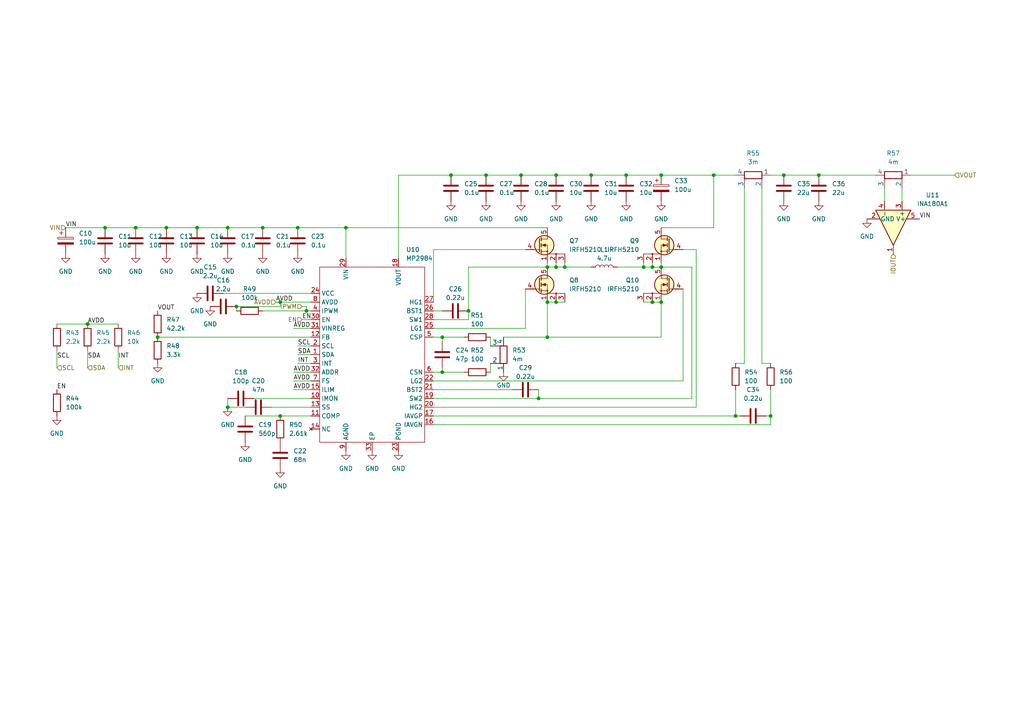
<source format=kicad_sch>
(kicad_sch (version 20230121) (generator eeschema)
  (paper "A4")
  (junction (at 135.89 90.17))
  (junction (at 140.97 50.8))
  (junction (at 158.75 77.47))
  (junction (at 227.33 50.8))
  (junction (at 66.04 118.11))
  (junction (at 237.49 50.8))
  (junction (at 223.52 120.65))
  (junction (at 163.83 77.47))
  (junction (at 189.23 77.47))
  (junction (at 151.13 50.8))
  (junction (at 186.69 77.47))
  (junction (at 66.04 66.04))
  (junction (at 207.01 50.8))
  (junction (at 158.75 87.63))
  (junction (at 161.29 77.47))
  (junction (at 213.36 120.65))
  (junction (at 189.23 87.63))
  (junction (at 39.37 66.04))
  (junction (at 191.77 87.63))
  (junction (at 191.77 50.8))
  (junction (at 100.33 66.04))
  (junction (at 161.29 50.8))
  (junction (at 68.58 88.9))
  (junction (at 181.61 50.8))
  (junction (at 25.4 93.98))
  (junction (at 158.75 97.79))
  (junction (at 156.21 115.57))
  (junction (at 88.9 90.17))
  (junction (at 130.81 50.8))
  (junction (at 45.72 97.79))
  (junction (at 57.15 66.04))
  (junction (at 128.27 97.79))
  (junction (at 76.2 66.04))
  (junction (at 171.45 50.8))
  (junction (at 81.28 120.65))
  (junction (at 86.36 66.04))
  (junction (at 161.29 87.63))
  (junction (at 81.28 87.63))
  (junction (at 30.48 66.04))
  (junction (at 48.26 66.04))
  (junction (at 191.77 77.47))
  (junction (at 128.27 107.95))
  (wire (pts (xy 88.9 90.17) (xy 90.17 90.17)))
  (wire (pts (xy 189.23 76.2) (xy 189.23 77.47)))
  (wire (pts (xy 87.63 92.71) (xy 90.17 92.71)))
  (wire (pts (xy 191.77 76.2) (xy 191.77 77.47)))
  (wire (pts (xy 34.29 101.6) (xy 34.29 106.68)))
  (wire (pts (xy 191.77 50.8) (xy 207.01 50.8)))
  (wire (pts (xy 128.27 97.79) (xy 125.73 97.79)))
  (wire (pts (xy 128.27 106.68) (xy 128.27 107.95)))
  (wire (pts (xy 191.77 66.04) (xy 207.01 66.04)))
  (wire (pts (xy 256.54 54.61) (xy 256.54 58.42)))
  (wire (pts (xy 151.13 50.8) (xy 161.29 50.8)))
  (wire (pts (xy 125.73 92.71) (xy 135.89 92.71)))
  (wire (pts (xy 158.75 77.47) (xy 161.29 77.47)))
  (wire (pts (xy 189.23 87.63) (xy 191.77 87.63)))
  (wire (pts (xy 16.51 101.6) (xy 16.51 106.68)))
  (wire (pts (xy 161.29 76.2) (xy 161.29 77.47)))
  (wire (pts (xy 128.27 99.06) (xy 128.27 97.79)))
  (wire (pts (xy 207.01 66.04) (xy 207.01 50.8)))
  (wire (pts (xy 125.73 107.95) (xy 128.27 107.95)))
  (wire (pts (xy 25.4 101.6) (xy 25.4 106.68)))
  (wire (pts (xy 25.4 93.98) (xy 34.29 93.98)))
  (wire (pts (xy 30.48 66.04) (xy 39.37 66.04)))
  (wire (pts (xy 191.77 97.79) (xy 158.75 97.79)))
  (wire (pts (xy 86.36 66.04) (xy 100.33 66.04)))
  (wire (pts (xy 161.29 77.47) (xy 163.83 77.47)))
  (wire (pts (xy 135.89 90.17) (xy 135.89 77.47)))
  (wire (pts (xy 261.62 54.61) (xy 261.62 58.42)))
  (wire (pts (xy 223.52 50.8) (xy 227.33 50.8)))
  (wire (pts (xy 220.98 105.41) (xy 223.52 105.41)))
  (wire (pts (xy 179.07 77.47) (xy 186.69 77.47)))
  (wire (pts (xy 181.61 50.8) (xy 191.77 50.8)))
  (wire (pts (xy 66.04 115.57) (xy 66.04 118.11)))
  (wire (pts (xy 276.86 50.8) (xy 264.16 50.8)))
  (wire (pts (xy 125.73 72.39) (xy 152.4 72.39)))
  (wire (pts (xy 125.73 123.19) (xy 223.52 123.19)))
  (wire (pts (xy 48.26 66.04) (xy 57.15 66.04)))
  (wire (pts (xy 201.93 118.11) (xy 201.93 72.39)))
  (wire (pts (xy 223.52 123.19) (xy 223.52 120.65)))
  (wire (pts (xy 87.63 88.9) (xy 88.9 88.9)))
  (wire (pts (xy 125.73 90.17) (xy 128.27 90.17)))
  (wire (pts (xy 135.89 92.71) (xy 135.89 90.17)))
  (wire (pts (xy 156.21 115.57) (xy 156.21 113.03)))
  (wire (pts (xy 80.01 87.63) (xy 81.28 87.63)))
  (wire (pts (xy 254 50.8) (xy 237.49 50.8)))
  (wire (pts (xy 125.73 113.03) (xy 148.59 113.03)))
  (wire (pts (xy 135.89 77.47) (xy 158.75 77.47)))
  (wire (pts (xy 73.66 115.57) (xy 90.17 115.57)))
  (wire (pts (xy 76.2 90.17) (xy 88.9 90.17)))
  (wire (pts (xy 57.15 66.04) (xy 66.04 66.04)))
  (wire (pts (xy 78.74 118.11) (xy 90.17 118.11)))
  (wire (pts (xy 189.23 77.47) (xy 191.77 77.47)))
  (wire (pts (xy 66.04 66.04) (xy 76.2 66.04)))
  (wire (pts (xy 39.37 66.04) (xy 48.26 66.04)))
  (wire (pts (xy 215.9 105.41) (xy 215.9 54.61)))
  (wire (pts (xy 81.28 120.65) (xy 90.17 120.65)))
  (wire (pts (xy 158.75 87.63) (xy 158.75 97.79)))
  (wire (pts (xy 158.75 66.04) (xy 100.33 66.04)))
  (wire (pts (xy 134.62 107.95) (xy 128.27 107.95)))
  (wire (pts (xy 100.33 66.04) (xy 100.33 74.93)))
  (wire (pts (xy 152.4 95.25) (xy 152.4 83.82)))
  (wire (pts (xy 88.9 88.9) (xy 88.9 90.17)))
  (wire (pts (xy 68.58 88.9) (xy 81.28 88.9)))
  (wire (pts (xy 142.24 105.41) (xy 142.24 107.95)))
  (wire (pts (xy 198.12 110.49) (xy 125.73 110.49)))
  (wire (pts (xy 90.17 113.03) (xy 85.09 113.03)))
  (wire (pts (xy 125.73 95.25) (xy 152.4 95.25)))
  (wire (pts (xy 16.51 93.98) (xy 25.4 93.98)))
  (wire (pts (xy 158.75 76.2) (xy 158.75 77.47)))
  (wire (pts (xy 198.12 72.39) (xy 201.93 72.39)))
  (wire (pts (xy 86.36 100.33) (xy 90.17 100.33)))
  (wire (pts (xy 222.25 120.65) (xy 223.52 120.65)))
  (wire (pts (xy 115.57 50.8) (xy 115.57 74.93)))
  (wire (pts (xy 200.66 115.57) (xy 200.66 77.47)))
  (wire (pts (xy 125.73 120.65) (xy 213.36 120.65)))
  (wire (pts (xy 161.29 50.8) (xy 171.45 50.8)))
  (wire (pts (xy 220.98 54.61) (xy 220.98 105.41)))
  (wire (pts (xy 186.69 77.47) (xy 189.23 77.47)))
  (wire (pts (xy 130.81 50.8) (xy 140.97 50.8)))
  (wire (pts (xy 215.9 105.41) (xy 213.36 105.41)))
  (wire (pts (xy 85.09 107.95) (xy 90.17 107.95)))
  (wire (pts (xy 171.45 50.8) (xy 181.61 50.8)))
  (wire (pts (xy 81.28 120.65) (xy 71.12 120.65)))
  (wire (pts (xy 86.36 105.41) (xy 90.17 105.41)))
  (wire (pts (xy 68.58 88.9) (xy 68.58 90.17)))
  (wire (pts (xy 140.97 50.8) (xy 151.13 50.8)))
  (wire (pts (xy 81.28 88.9) (xy 81.28 87.63)))
  (wire (pts (xy 158.75 97.79) (xy 146.05 97.79)))
  (wire (pts (xy 186.69 76.2) (xy 186.69 77.47)))
  (wire (pts (xy 161.29 87.63) (xy 163.83 87.63)))
  (wire (pts (xy 45.72 97.79) (xy 90.17 97.79)))
  (wire (pts (xy 227.33 50.8) (xy 237.49 50.8)))
  (wire (pts (xy 142.24 100.33) (xy 142.24 97.79)))
  (wire (pts (xy 85.09 95.25) (xy 90.17 95.25)))
  (wire (pts (xy 125.73 118.11) (xy 201.93 118.11)))
  (wire (pts (xy 191.77 77.47) (xy 200.66 77.47)))
  (wire (pts (xy 19.05 66.04) (xy 30.48 66.04)))
  (wire (pts (xy 163.83 77.47) (xy 171.45 77.47)))
  (wire (pts (xy 64.77 85.09) (xy 90.17 85.09)))
  (wire (pts (xy 198.12 110.49) (xy 198.12 83.82)))
  (wire (pts (xy 191.77 87.63) (xy 191.77 97.79)))
  (wire (pts (xy 134.62 97.79) (xy 128.27 97.79)))
  (wire (pts (xy 158.75 87.63) (xy 161.29 87.63)))
  (wire (pts (xy 115.57 50.8) (xy 130.81 50.8)))
  (wire (pts (xy 163.83 76.2) (xy 163.83 77.47)))
  (wire (pts (xy 207.01 50.8) (xy 213.36 50.8)))
  (wire (pts (xy 66.04 118.11) (xy 71.12 118.11)))
  (wire (pts (xy 223.52 113.03) (xy 223.52 120.65)))
  (wire (pts (xy 125.73 72.39) (xy 125.73 87.63)))
  (wire (pts (xy 213.36 120.65) (xy 213.36 113.03)))
  (wire (pts (xy 156.21 115.57) (xy 200.66 115.57)))
  (wire (pts (xy 76.2 66.04) (xy 86.36 66.04)))
  (wire (pts (xy 86.36 102.87) (xy 90.17 102.87)))
  (wire (pts (xy 213.36 120.65) (xy 214.63 120.65)))
  (wire (pts (xy 125.73 115.57) (xy 156.21 115.57)))
  (wire (pts (xy 186.69 87.63) (xy 189.23 87.63)))
  (wire (pts (xy 85.09 110.49) (xy 90.17 110.49)))
  (wire (pts (xy 81.28 87.63) (xy 90.17 87.63)))
  (label "INT" (at 86.36 105.41 0))
  (label "SCL" (at 86.36 100.33 0))
  (label "SDA" (at 86.36 102.87 0))
  (label "AVDD" (at 85.09 107.95 0))
  (label "SDA" (at 25.4 104.14 0))
  (label "EN" (at 87.63 92.71 0))
  (label "AVDD" (at 85.09 110.49 0))
  (label "AVDD" (at 25.4 93.98 0))
  (label "AVDD" (at 85.09 95.25 0))
  (label "INT" (at 34.29 104.14 0))
  (label "VOUT" (at 45.72 90.17 0))
  (label "VIN" (at 266.7 63.5 0))
  (label "SCL" (at 16.51 104.14 0))
  (label "EN" (at 16.51 113.03 0))
  (label "AVDD" (at 80.01 87.63 0))
  (label "AVDD" (at 85.09 113.03 0))
  (label "VIN" (at 19.05 66.04 0))
  (hierarchical_label "INT" (shape input) (at 34.29 106.68 0))
  (hierarchical_label "SCL" (shape input) (at 16.51 106.68 0))
  (hierarchical_label "IPWM" (shape input) (at 87.63 88.9 180))
  (hierarchical_label "IOUT" (shape input) (at 259.08 73.66 270))
  (hierarchical_label "AVDD" (shape input) (at 80.01 87.63 180))
  (hierarchical_label "SDA" (shape input) (at 25.4 106.68 0))
  (hierarchical_label "VIN" (shape input) (at 19.05 66.04 180))
  (hierarchical_label "EN" (shape input) (at 87.63 92.71 180))
  (hierarchical_label "VOUT" (shape input) (at 276.86 50.8 0))
  (symbol (lib_id "Personal:MP2984") (at 107.95 102.87 0) (unit 1)
    (property "Reference" "U10" (at 117.7641 72.39 0) (effects (justify left)))
    (property "Value" "MP2984" (at 117.7641 74.93 0) (effects (justify left)))
    (property "Footprint" "Package_DFN_QFN:QFN-32-1EP_4x4mm_P0.4mm_EP2.65x2.65mm" (effects hide))
    (instances (project "RC_Charger" (path "" (reference "U10") (unit 1)) (path "" (reference "U16") (unit 1)) (path "" (reference "U38") (unit 1)) (path "" (reference "U42") (unit 1)) (path "" (reference "U63") (unit 1)) (path "" (reference "U67") (unit 1))) (project "RC_Charger_MainBoard" (path "" (reference "U10") (unit 1)) (path "" (reference "U8") (unit 1))))
  )
  (symbol (lib_id "Device:C") (at 161.29 54.61 0) (unit 1)
    (property "Reference" "C30" (at 165.1 53.34 0) (effects (justify left)))
    (property "Value" "10u" (at 165.1 55.88 0) (effects (justify left)))
    (property "Footprint" "Capacitor_SMD:C_1210_3225Metric" (effects hide))
    (instances (project "RC_Charger" (path "" (reference "C30") (unit 1)) (path "" (reference "C75") (unit 1)) (path "" (reference "C125") (unit 1)) (path "" (reference "C157") (unit 1)) (path "" (reference "C202") (unit 1)) (path "" (reference "C234") (unit 1))) (project "RC_Charger_MainBoard" (path "" (reference "C76") (unit 1)) (path "" (reference "C36") (unit 1))))
  )
  (symbol (lib_id "Device:R") (at 45.72 93.98 0) (unit 1)
    (property "Reference" "R47" (at 48.26 92.71 0) (effects (justify left)))
    (property "Value" "42.2k" (at 48.26 95.25 0) (effects (justify left)))
    (property "Footprint" "Resistor_SMD:R_0603_1608Metric" (effects hide))
    (instances (project "RC_Charger" (path "" (reference "R47") (unit 1)) (path "" (reference "R66") (unit 1)) (path "" (reference "R169") (unit 1)) (path "" (reference "R188") (unit 1)) (path "" (reference "R257") (unit 1)) (path "" (reference "R276") (unit 1))) (project "RC_Charger_MainBoard" (path "" (reference "R26") (unit 1)) (path "" (reference "R11") (unit 1))))
  )
  (symbol (lib_id "Device:R") (at 45.72 101.6 0) (unit 1)
    (property "Reference" "R48" (at 48.26 100.33 0) (effects (justify left)))
    (property "Value" "3.3k" (at 48.26 102.87 0) (effects (justify left)))
    (property "Footprint" "Resistor_SMD:R_0603_1608Metric" (effects hide))
    (instances (project "RC_Charger" (path "" (reference "R48") (unit 1)) (path "" (reference "R67") (unit 1)) (path "" (reference "R170") (unit 1)) (path "" (reference "R189") (unit 1)) (path "" (reference "R258") (unit 1)) (path "" (reference "R277") (unit 1))) (project "RC_Charger_MainBoard" (path "" (reference "R27") (unit 1)) (path "" (reference "R12") (unit 1))))
  )
  (symbol (lib_id "power:GND") (at 171.45 58.42 0) (unit 1)
    (property "Reference" "#PWR033" (effects hide))
    (property "Value" "GND" (at 171.45 63.5 0))
    (instances (project "RC_Charger" (path "" (reference "#PWR033") (unit 1)) (path "" (reference "#PWR085") (unit 1)) (path "" (reference "#PWR0145") (unit 1)) (path "" (reference "#PWR0187") (unit 1)) (path "" (reference "#PWR0253") (unit 1)) (path "" (reference "#PWR0295") (unit 1))) (project "RC_Charger_MainBoard" (path "" (reference "#PWR0100") (unit 1)) (path "" (reference "#PWR071") (unit 1))))
  )
  (symbol (lib_id "Device:C") (at 227.33 54.61 0) (unit 1)
    (property "Reference" "C35" (at 231.14 53.34 0) (effects (justify left)))
    (property "Value" "22u" (at 231.14 55.88 0) (effects (justify left)))
    (property "Footprint" "Capacitor_SMD:C_2220_5650Metric" (effects hide))
    (instances (project "RC_Charger" (path "" (reference "C35") (unit 1)) (path "" (reference "C80") (unit 1)) (path "" (reference "C130") (unit 1)) (path "" (reference "C162") (unit 1)) (path "" (reference "C207") (unit 1)) (path "" (reference "C239") (unit 1))) (project "RC_Charger_MainBoard" (path "" (reference "C81") (unit 1)) (path "" (reference "C41") (unit 1))))
  )
  (symbol (lib_id "Device:C") (at 69.85 115.57 90) (unit 1)
    (property "Reference" "C18" (at 69.85 107.95 90))
    (property "Value" "100p" (at 69.85 110.49 90))
    (property "Footprint" "Capacitor_SMD:C_0603_1608Metric" (effects hide))
    (instances (project "RC_Charger" (path "" (reference "C18") (unit 1)) (path "" (reference "C63") (unit 1)) (path "" (reference "C113") (unit 1)) (path "" (reference "C145") (unit 1)) (path "" (reference "C190") (unit 1)) (path "" (reference "C222") (unit 1))) (project "RC_Charger_MainBoard" (path "" (reference "C64") (unit 1)) (path "" (reference "C24") (unit 1))))
  )
  (symbol (lib_id "Device:C") (at 81.28 132.08 0) (unit 1)
    (property "Reference" "C22" (at 85.09 130.81 0) (effects (justify left)))
    (property "Value" "68n" (at 85.09 133.35 0) (effects (justify left)))
    (property "Footprint" "Capacitor_SMD:C_0603_1608Metric" (effects hide))
    (instances (project "RC_Charger" (path "" (reference "C22") (unit 1)) (path "" (reference "C67") (unit 1)) (path "" (reference "C117") (unit 1)) (path "" (reference "C149") (unit 1)) (path "" (reference "C194") (unit 1)) (path "" (reference "C226") (unit 1))) (project "RC_Charger_MainBoard" (path "" (reference "C68") (unit 1)) (path "" (reference "C28") (unit 1))))
  )
  (symbol (lib_id "power:GND") (at 100.33 130.81 0) (unit 1)
    (property "Reference" "#PWR025" (effects hide))
    (property "Value" "GND" (at 100.33 135.89 0))
    (instances (project "RC_Charger" (path "" (reference "#PWR025") (unit 1)) (path "" (reference "#PWR077") (unit 1)) (path "" (reference "#PWR0137") (unit 1)) (path "" (reference "#PWR0179") (unit 1)) (path "" (reference "#PWR0245") (unit 1)) (path "" (reference "#PWR0287") (unit 1))) (project "RC_Charger_MainBoard" (path "" (reference "#PWR092") (unit 1)) (path "" (reference "#PWR063") (unit 1))))
  )
  (symbol (lib_id "power:GND") (at 57.15 85.09 0) (unit 1)
    (property "Reference" "#PWR017" (effects hide))
    (property "Value" "GND" (at 57.15 90.17 0))
    (instances (project "RC_Charger" (path "" (reference "#PWR017") (unit 1)) (path "" (reference "#PWR069") (unit 1)) (path "" (reference "#PWR0129") (unit 1)) (path "" (reference "#PWR0171") (unit 1)) (path "" (reference "#PWR0237") (unit 1)) (path "" (reference "#PWR0279") (unit 1))) (project "RC_Charger_MainBoard" (path "" (reference "#PWR084") (unit 1)) (path "" (reference "#PWR046") (unit 1))))
  )
  (symbol (lib_id "Device:R") (at 16.51 97.79 0) (unit 1)
    (property "Reference" "R43" (at 19.05 96.52 0) (effects (justify left)))
    (property "Value" "2.2k" (at 19.05 99.06 0) (effects (justify left)))
    (property "Footprint" "Resistor_SMD:R_0603_1608Metric" (effects hide))
    (instances (project "RC_Charger" (path "" (reference "R43") (unit 1)) (path "" (reference "R62") (unit 1)) (path "" (reference "R165") (unit 1)) (path "" (reference "R184") (unit 1)) (path "" (reference "R253") (unit 1)) (path "" (reference "R272") (unit 1))) (project "RC_Charger_MainBoard" (path "" (reference "R22") (unit 1)) (path "" (reference "R7") (unit 1))))
  )
  (symbol (lib_id "power:GND") (at 227.33 58.42 0) (unit 1)
    (property "Reference" "#PWR036" (effects hide))
    (property "Value" "GND" (at 227.33 63.5 0))
    (instances (project "RC_Charger" (path "" (reference "#PWR036") (unit 1)) (path "" (reference "#PWR088") (unit 1)) (path "" (reference "#PWR0148") (unit 1)) (path "" (reference "#PWR0190") (unit 1)) (path "" (reference "#PWR0256") (unit 1)) (path "" (reference "#PWR0298") (unit 1))) (project "RC_Charger_MainBoard" (path "" (reference "#PWR0103") (unit 1)) (path "" (reference "#PWR074") (unit 1))))
  )
  (symbol (lib_id "power:GND") (at 130.81 58.42 0) (unit 1)
    (property "Reference" "#PWR028" (effects hide))
    (property "Value" "GND" (at 130.81 63.5 0))
    (instances (project "RC_Charger" (path "" (reference "#PWR028") (unit 1)) (path "" (reference "#PWR080") (unit 1)) (path "" (reference "#PWR0140") (unit 1)) (path "" (reference "#PWR0182") (unit 1)) (path "" (reference "#PWR0248") (unit 1)) (path "" (reference "#PWR0290") (unit 1))) (project "RC_Charger_MainBoard" (path "" (reference "#PWR095") (unit 1)) (path "" (reference "#PWR066") (unit 1))))
  )
  (symbol (lib_id "PCM_Transistor_MOSFET_AKL:IRFH5210") (at 194.31 82.55 0) (mirror y) (unit 1)
    (property "Reference" "Q10" (at 185.42 81.28 0) (effects (justify left)))
    (property "Value" "IRFH5210" (at 185.42 83.82 0) (effects (justify left)))
    (property "Footprint" "Package_DFN_QFN:PQFN-8-EP_6x5mm_P1.27mm_Generic" (effects hide))
    (property "Datasheet" "https://www.tme.eu/Document/500f055c17aa1156a474966dc014ef12/irfh5210pbf.pdf" (effects hide))
    (instances (project "RC_Charger" (path "" (reference "Q10") (unit 1)) (path "" (reference "Q14") (unit 1)) (path "" (reference "Q30") (unit 1)) (path "" (reference "Q34") (unit 1)) (path "" (reference "Q48") (unit 1)) (path "" (reference "Q52") (unit 1))) (project "RC_Charger_MainBoard" (path "" (reference "Q8") (unit 1)) (path "" (reference "Q4") (unit 1))))
  )
  (symbol (lib_id "Device:C") (at 64.77 88.9 90) (unit 1)
    (property "Reference" "C16" (at 64.77 81.28 90))
    (property "Value" "2.2u" (at 64.77 83.82 90))
    (property "Footprint" "Capacitor_SMD:C_0805_2012Metric" (effects hide))
    (instances (project "RC_Charger" (path "" (reference "C16") (unit 1)) (path "" (reference "C61") (unit 1)) (path "" (reference "C111") (unit 1)) (path "" (reference "C143") (unit 1)) (path "" (reference "C188") (unit 1)) (path "" (reference "C220") (unit 1))) (project "RC_Charger_MainBoard" (path "" (reference "C62") (unit 1)) (path "" (reference "C22") (unit 1))))
  )
  (symbol (lib_id "power:GND") (at 115.57 130.81 0) (unit 1)
    (property "Reference" "#PWR027" (effects hide))
    (property "Value" "GND" (at 115.57 135.89 0))
    (instances (project "RC_Charger" (path "" (reference "#PWR027") (unit 1)) (path "" (reference "#PWR079") (unit 1)) (path "" (reference "#PWR0139") (unit 1)) (path "" (reference "#PWR0181") (unit 1)) (path "" (reference "#PWR0247") (unit 1)) (path "" (reference "#PWR0289") (unit 1))) (project "RC_Charger_MainBoard" (path "" (reference "#PWR094") (unit 1)) (path "" (reference "#PWR065") (unit 1))))
  )
  (symbol (lib_id "Device:C") (at 74.93 118.11 270) (unit 1)
    (property "Reference" "C20" (at 74.93 110.49 90))
    (property "Value" "47n" (at 74.93 113.03 90))
    (property "Footprint" "Capacitor_SMD:C_0603_1608Metric" (effects hide))
    (instances (project "RC_Charger" (path "" (reference "C20") (unit 1)) (path "" (reference "C65") (unit 1)) (path "" (reference "C115") (unit 1)) (path "" (reference "C147") (unit 1)) (path "" (reference "C192") (unit 1)) (path "" (reference "C224") (unit 1))) (project "RC_Charger_MainBoard" (path "" (reference "C66") (unit 1)) (path "" (reference "C26") (unit 1))))
  )
  (symbol (lib_id "Device:C") (at 71.12 124.46 0) (unit 1)
    (property "Reference" "C19" (at 74.93 123.19 0) (effects (justify left)))
    (property "Value" "560p" (at 74.93 125.73 0) (effects (justify left)))
    (property "Footprint" "Capacitor_SMD:C_0603_1608Metric" (effects hide))
    (instances (project "RC_Charger" (path "" (reference "C19") (unit 1)) (path "" (reference "C64") (unit 1)) (path "" (reference "C114") (unit 1)) (path "" (reference "C146") (unit 1)) (path "" (reference "C191") (unit 1)) (path "" (reference "C223") (unit 1))) (project "RC_Charger_MainBoard" (path "" (reference "C65") (unit 1)) (path "" (reference "C25") (unit 1))))
  )
  (symbol (lib_id "Device:C") (at 76.2 69.85 0) (unit 1)
    (property "Reference" "C21" (at 80.01 68.58 0) (effects (justify left)))
    (property "Value" "0.1u" (at 80.01 71.12 0) (effects (justify left)))
    (property "Footprint" "Capacitor_SMD:C_0603_1608Metric" (effects hide))
    (instances (project "RC_Charger" (path "" (reference "C21") (unit 1)) (path "" (reference "C66") (unit 1)) (path "" (reference "C116") (unit 1)) (path "" (reference "C148") (unit 1)) (path "" (reference "C193") (unit 1)) (path "" (reference "C225") (unit 1))) (project "RC_Charger_MainBoard" (path "" (reference "C67") (unit 1)) (path "" (reference "C27") (unit 1))))
  )
  (symbol (lib_id "Device:C") (at 218.44 120.65 90) (unit 1)
    (property "Reference" "C34" (at 218.44 113.03 90))
    (property "Value" "0.22u" (at 218.44 115.57 90))
    (property "Footprint" "Capacitor_SMD:C_0603_1608Metric" (effects hide))
    (instances (project "RC_Charger" (path "" (reference "C34") (unit 1)) (path "" (reference "C79") (unit 1)) (path "" (reference "C129") (unit 1)) (path "" (reference "C161") (unit 1)) (path "" (reference "C206") (unit 1)) (path "" (reference "C238") (unit 1))) (project "RC_Charger_MainBoard" (path "" (reference "C80") (unit 1)) (path "" (reference "C40") (unit 1))))
  )
  (symbol (lib_id "PCM_Transistor_MOSFET_AKL:IRFH5210") (at 194.31 71.12 0) (mirror y) (unit 1)
    (property "Reference" "Q9" (at 185.42 69.85 0) (effects (justify left)))
    (property "Value" "IRFH5210" (at 185.42 72.39 0) (effects (justify left)))
    (property "Footprint" "Package_DFN_QFN:PQFN-8-EP_6x5mm_P1.27mm_Generic" (effects hide))
    (property "Datasheet" "https://www.tme.eu/Document/500f055c17aa1156a474966dc014ef12/irfh5210pbf.pdf" (effects hide))
    (instances (project "RC_Charger" (path "" (reference "Q9") (unit 1)) (path "" (reference "Q13") (unit 1)) (path "" (reference "Q29") (unit 1)) (path "" (reference "Q33") (unit 1)) (path "" (reference "Q47") (unit 1)) (path "" (reference "Q51") (unit 1))) (project "RC_Charger_MainBoard" (path "" (reference "Q7") (unit 1)) (path "" (reference "Q3") (unit 1))))
  )
  (symbol (lib_id "power:GND") (at 140.97 58.42 0) (unit 1)
    (property "Reference" "#PWR029" (effects hide))
    (property "Value" "GND" (at 140.97 63.5 0))
    (instances (project "RC_Charger" (path "" (reference "#PWR029") (unit 1)) (path "" (reference "#PWR081") (unit 1)) (path "" (reference "#PWR0141") (unit 1)) (path "" (reference "#PWR0183") (unit 1)) (path "" (reference "#PWR0249") (unit 1)) (path "" (reference "#PWR0291") (unit 1))) (project "RC_Charger_MainBoard" (path "" (reference "#PWR096") (unit 1)) (path "" (reference "#PWR067") (unit 1))))
  )
  (symbol (lib_id "power:GND") (at 30.48 73.66 0) (unit 1)
    (property "Reference" "#PWR012" (effects hide))
    (property "Value" "GND" (at 30.48 78.74 0))
    (instances (project "RC_Charger" (path "" (reference "#PWR012") (unit 1)) (path "" (reference "#PWR064") (unit 1)) (path "" (reference "#PWR0124") (unit 1)) (path "" (reference "#PWR0166") (unit 1)) (path "" (reference "#PWR0232") (unit 1)) (path "" (reference "#PWR0274") (unit 1))) (project "RC_Charger_MainBoard" (path "" (reference "#PWR079") (unit 1)) (path "" (reference "#PWR041") (unit 1))))
  )
  (symbol (lib_id "power:GND") (at 86.36 73.66 0) (unit 1)
    (property "Reference" "#PWR024" (effects hide))
    (property "Value" "GND" (at 86.36 78.74 0))
    (instances (project "RC_Charger" (path "" (reference "#PWR024") (unit 1)) (path "" (reference "#PWR076") (unit 1)) (path "" (reference "#PWR0136") (unit 1)) (path "" (reference "#PWR0178") (unit 1)) (path "" (reference "#PWR0244") (unit 1)) (path "" (reference "#PWR0286") (unit 1))) (project "RC_Charger_MainBoard" (path "" (reference "#PWR091") (unit 1)) (path "" (reference "#PWR062") (unit 1))))
  )
  (symbol (lib_id "power:GND") (at 181.61 58.42 0) (unit 1)
    (property "Reference" "#PWR034" (effects hide))
    (property "Value" "GND" (at 181.61 63.5 0))
    (instances (project "RC_Charger" (path "" (reference "#PWR034") (unit 1)) (path "" (reference "#PWR086") (unit 1)) (path "" (reference "#PWR0146") (unit 1)) (path "" (reference "#PWR0188") (unit 1)) (path "" (reference "#PWR0254") (unit 1)) (path "" (reference "#PWR0296") (unit 1))) (project "RC_Charger_MainBoard" (path "" (reference "#PWR0101") (unit 1)) (path "" (reference "#PWR072") (unit 1))))
  )
  (symbol (lib_id "power:GND") (at 48.26 73.66 0) (unit 1)
    (property "Reference" "#PWR015" (effects hide))
    (property "Value" "GND" (at 48.26 78.74 0))
    (instances (project "RC_Charger" (path "" (reference "#PWR015") (unit 1)) (path "" (reference "#PWR067") (unit 1)) (path "" (reference "#PWR0127") (unit 1)) (path "" (reference "#PWR0169") (unit 1)) (path "" (reference "#PWR0235") (unit 1)) (path "" (reference "#PWR0277") (unit 1))) (project "RC_Charger_MainBoard" (path "" (reference "#PWR082") (unit 1)) (path "" (reference "#PWR044") (unit 1))))
  )
  (symbol (lib_id "Device:C_Polarized") (at 191.77 54.61 0) (unit 1)
    (property "Reference" "C33" (at 195.58 52.451 0) (effects (justify left)))
    (property "Value" "100u" (at 195.58 54.991 0) (effects (justify left)))
    (property "Footprint" "Capacitor_SMD:CP_Elec_10x10" (effects hide))
    (instances (project "RC_Charger" (path "" (reference "C33") (unit 1)) (path "" (reference "C78") (unit 1)) (path "" (reference "C128") (unit 1)) (path "" (reference "C160") (unit 1)) (path "" (reference "C205") (unit 1)) (path "" (reference "C237") (unit 1))) (project "RC_Charger_MainBoard" (path "" (reference "C79") (unit 1)) (path "" (reference "C39") (unit 1))))
  )
  (symbol (lib_id "Device:C") (at 181.61 54.61 0) (unit 1)
    (property "Reference" "C32" (at 185.42 53.34 0) (effects (justify left)))
    (property "Value" "10u" (at 185.42 55.88 0) (effects (justify left)))
    (property "Footprint" "Capacitor_SMD:C_1210_3225Metric" (effects hide))
    (instances (project "RC_Charger" (path "" (reference "C32") (unit 1)) (path "" (reference "C77") (unit 1)) (path "" (reference "C127") (unit 1)) (path "" (reference "C159") (unit 1)) (path "" (reference "C204") (unit 1)) (path "" (reference "C236") (unit 1))) (project "RC_Charger_MainBoard" (path "" (reference "C78") (unit 1)) (path "" (reference "C38") (unit 1))))
  )
  (symbol (lib_id "Device:C") (at 48.26 69.85 0) (unit 1)
    (property "Reference" "C13" (at 52.07 68.58 0) (effects (justify left)))
    (property "Value" "10u" (at 52.07 71.12 0) (effects (justify left)))
    (property "Footprint" "Capacitor_SMD:C_1210_3225Metric" (effects hide))
    (instances (project "RC_Charger" (path "" (reference "C13") (unit 1)) (path "" (reference "C58") (unit 1)) (path "" (reference "C108") (unit 1)) (path "" (reference "C140") (unit 1)) (path "" (reference "C185") (unit 1)) (path "" (reference "C217") (unit 1))) (project "RC_Charger_MainBoard" (path "" (reference "C59") (unit 1)) (path "" (reference "C19") (unit 1))))
  )
  (symbol (lib_id "Device:R_Shunt") (at 218.44 50.8 270) (unit 1)
    (property "Reference" "R55" (at 218.44 44.45 90))
    (property "Value" "3m" (at 218.44 46.99 90))
    (property "Footprint" "Samacsys:WSLP27265L000FEA" (effects hide))
    (instances (project "RC_Charger" (path "" (reference "R55") (unit 1)) (path "" (reference "R74") (unit 1)) (path "" (reference "R177") (unit 1)) (path "" (reference "R196") (unit 1)) (path "" (reference "R265") (unit 1)) (path "" (reference "R284") (unit 1))) (project "RC_Charger_MainBoard" (path "" (reference "R34") (unit 1)) (path "" (reference "R19") (unit 1))))
  )
  (symbol (lib_id "power:GND") (at 151.13 58.42 0) (unit 1)
    (property "Reference" "#PWR031" (effects hide))
    (property "Value" "GND" (at 151.13 63.5 0))
    (instances (project "RC_Charger" (path "" (reference "#PWR031") (unit 1)) (path "" (reference "#PWR083") (unit 1)) (path "" (reference "#PWR0143") (unit 1)) (path "" (reference "#PWR0185") (unit 1)) (path "" (reference "#PWR0251") (unit 1)) (path "" (reference "#PWR0293") (unit 1))) (project "RC_Charger_MainBoard" (path "" (reference "#PWR098") (unit 1)) (path "" (reference "#PWR069") (unit 1))))
  )
  (symbol (lib_id "Device:C") (at 171.45 54.61 0) (unit 1)
    (property "Reference" "C31" (at 175.26 53.34 0) (effects (justify left)))
    (property "Value" "10u" (at 175.26 55.88 0) (effects (justify left)))
    (property "Footprint" "Capacitor_SMD:C_1210_3225Metric" (effects hide))
    (instances (project "RC_Charger" (path "" (reference "C31") (unit 1)) (path "" (reference "C76") (unit 1)) (path "" (reference "C126") (unit 1)) (path "" (reference "C158") (unit 1)) (path "" (reference "C203") (unit 1)) (path "" (reference "C235") (unit 1))) (project "RC_Charger_MainBoard" (path "" (reference "C77") (unit 1)) (path "" (reference "C37") (unit 1))))
  )
  (symbol (lib_id "power:GND") (at 16.51 120.65 0) (unit 1)
    (property "Reference" "#PWR010" (effects hide))
    (property "Value" "GND" (at 16.51 125.73 0))
    (instances (project "RC_Charger" (path "" (reference "#PWR010") (unit 1)) (path "" (reference "#PWR062") (unit 1)) (path "" (reference "#PWR0122") (unit 1)) (path "" (reference "#PWR0164") (unit 1)) (path "" (reference "#PWR0230") (unit 1)) (path "" (reference "#PWR0272") (unit 1))) (project "RC_Charger_MainBoard" (path "" (reference "#PWR077") (unit 1)) (path "" (reference "#PWR039") (unit 1))))
  )
  (symbol (lib_id "Device:L") (at 175.26 77.47 90) (unit 1)
    (property "Reference" "L1" (at 175.26 72.39 90))
    (property "Value" "4.7u" (at 175.26 74.93 90))
    (property "Footprint" "Inductor_SMD:L_Bourns_SRP1770TA_16.9x16.9mm" (effects hide))
    (instances (project "RC_Charger" (path "" (reference "L1") (unit 1)) (path "" (reference "L6") (unit 1)) (path "" (reference "L7") (unit 1)) (path "" (reference "L8") (unit 1)) (path "" (reference "L9") (unit 1)) (path "" (reference "L10") (unit 1))) (project "RC_Charger_MainBoard" (path "" (reference "L6") (unit 1)) (path "" (reference "L1") (unit 1))))
  )
  (symbol (lib_id "Device:R") (at 138.43 97.79 90) (unit 1)
    (property "Reference" "R51" (at 138.43 91.44 90))
    (property "Value" "100" (at 138.43 93.98 90))
    (property "Footprint" "Resistor_SMD:R_0603_1608Metric" (effects hide))
    (instances (project "RC_Charger" (path "" (reference "R51") (unit 1)) (path "" (reference "R70") (unit 1)) (path "" (reference "R173") (unit 1)) (path "" (reference "R192") (unit 1)) (path "" (reference "R261") (unit 1)) (path "" (reference "R280") (unit 1))) (project "RC_Charger_MainBoard" (path "" (reference "R30") (unit 1)) (path "" (reference "R15") (unit 1))))
  )
  (symbol (lib_id "power:GND") (at 146.05 107.95 0) (unit 1)
    (property "Reference" "#PWR030" (effects hide))
    (property "Value" "GND" (at 146.05 111.76 0))
    (instances (project "RC_Charger" (path "" (reference "#PWR030") (unit 1)) (path "" (reference "#PWR082") (unit 1)) (path "" (reference "#PWR0142") (unit 1)) (path "" (reference "#PWR0184") (unit 1)) (path "" (reference "#PWR0250") (unit 1)) (path "" (reference "#PWR0292") (unit 1))) (project "RC_Charger_MainBoard" (path "" (reference "#PWR097") (unit 1)) (path "" (reference "#PWR068") (unit 1))))
  )
  (symbol (lib_id "Device:C") (at 86.36 69.85 0) (unit 1)
    (property "Reference" "C23" (at 90.17 68.58 0) (effects (justify left)))
    (property "Value" "0.1u" (at 90.17 71.12 0) (effects (justify left)))
    (property "Footprint" "Capacitor_SMD:C_0603_1608Metric" (effects hide))
    (instances (project "RC_Charger" (path "" (reference "C23") (unit 1)) (path "" (reference "C68") (unit 1)) (path "" (reference "C118") (unit 1)) (path "" (reference "C150") (unit 1)) (path "" (reference "C195") (unit 1)) (path "" (reference "C227") (unit 1))) (project "RC_Charger_MainBoard" (path "" (reference "C69") (unit 1)) (path "" (reference "C29") (unit 1))))
  )
  (symbol (lib_id "power:GND") (at 191.77 58.42 0) (unit 1)
    (property "Reference" "#PWR035" (effects hide))
    (property "Value" "GND" (at 191.77 63.5 0))
    (instances (project "RC_Charger" (path "" (reference "#PWR035") (unit 1)) (path "" (reference "#PWR087") (unit 1)) (path "" (reference "#PWR0147") (unit 1)) (path "" (reference "#PWR0189") (unit 1)) (path "" (reference "#PWR0255") (unit 1)) (path "" (reference "#PWR0297") (unit 1))) (project "RC_Charger_MainBoard" (path "" (reference "#PWR0102") (unit 1)) (path "" (reference "#PWR073") (unit 1))))
  )
  (symbol (lib_id "Device:C") (at 152.4 113.03 90) (unit 1)
    (property "Reference" "C29" (at 152.4 106.68 90))
    (property "Value" "0.22u" (at 152.4 109.22 90))
    (property "Footprint" "Capacitor_SMD:C_0603_1608Metric" (effects hide))
    (instances (project "RC_Charger" (path "" (reference "C29") (unit 1)) (path "" (reference "C74") (unit 1)) (path "" (reference "C124") (unit 1)) (path "" (reference "C156") (unit 1)) (path "" (reference "C201") (unit 1)) (path "" (reference "C233") (unit 1))) (project "RC_Charger_MainBoard" (path "" (reference "C75") (unit 1)) (path "" (reference "C35") (unit 1))))
  )
  (symbol (lib_id "power:GND") (at 60.96 88.9 0) (unit 1)
    (property "Reference" "#PWR018" (effects hide))
    (property "Value" "GND" (at 60.96 93.98 0))
    (instances (project "RC_Charger" (path "" (reference "#PWR018") (unit 1)) (path "" (reference "#PWR070") (unit 1)) (path "" (reference "#PWR0130") (unit 1)) (path "" (reference "#PWR0172") (unit 1)) (path "" (reference "#PWR0238") (unit 1)) (path "" (reference "#PWR0280") (unit 1))) (project "RC_Charger_MainBoard" (path "" (reference "#PWR085") (unit 1)) (path "" (reference "#PWR047") (unit 1))))
  )
  (symbol (lib_id "Device:R_Shunt") (at 259.08 50.8 270) (unit 1)
    (property "Reference" "R57" (at 259.08 44.45 90))
    (property "Value" "4m" (at 259.08 46.99 90))
    (property "Footprint" "Samacsys:WSLP27265L000FEA" (effects hide))
    (instances (project "RC_Charger" (path "" (reference "R57") (unit 1)) (path "" (reference "R76") (unit 1)) (path "" (reference "R179") (unit 1)) (path "" (reference "R198") (unit 1)) (path "" (reference "R267") (unit 1)) (path "" (reference "R286") (unit 1))) (project "RC_Charger_MainBoard" (path "" (reference "R36") (unit 1)) (path "" (reference "R21") (unit 1))))
  )
  (symbol (lib_id "Device:C") (at 151.13 54.61 0) (unit 1)
    (property "Reference" "C28" (at 154.94 53.34 0) (effects (justify left)))
    (property "Value" "0.1u" (at 154.94 55.88 0) (effects (justify left)))
    (property "Footprint" "Capacitor_SMD:C_0603_1608Metric" (effects hide))
    (instances (project "RC_Charger" (path "" (reference "C28") (unit 1)) (path "" (reference "C73") (unit 1)) (path "" (reference "C123") (unit 1)) (path "" (reference "C155") (unit 1)) (path "" (reference "C200") (unit 1)) (path "" (reference "C232") (unit 1))) (project "RC_Charger_MainBoard" (path "" (reference "C74") (unit 1)) (path "" (reference "C34") (unit 1))))
  )
  (symbol (lib_id "Device:C") (at 66.04 69.85 0) (unit 1)
    (property "Reference" "C17" (at 69.85 68.58 0) (effects (justify left)))
    (property "Value" "0.1u" (at 69.85 71.12 0) (effects (justify left)))
    (property "Footprint" "Capacitor_SMD:C_0603_1608Metric" (effects hide))
    (instances (project "RC_Charger" (path "" (reference "C17") (unit 1)) (path "" (reference "C62") (unit 1)) (path "" (reference "C112") (unit 1)) (path "" (reference "C144") (unit 1)) (path "" (reference "C189") (unit 1)) (path "" (reference "C221") (unit 1))) (project "RC_Charger_MainBoard" (path "" (reference "C63") (unit 1)) (path "" (reference "C23") (unit 1))))
  )
  (symbol (lib_id "Device:R") (at 138.43 107.95 90) (unit 1)
    (property "Reference" "R52" (at 138.43 101.6 90))
    (property "Value" "100" (at 138.43 104.14 90))
    (property "Footprint" "Resistor_SMD:R_0603_1608Metric" (effects hide))
    (instances (project "RC_Charger" (path "" (reference "R52") (unit 1)) (path "" (reference "R71") (unit 1)) (path "" (reference "R174") (unit 1)) (path "" (reference "R193") (unit 1)) (path "" (reference "R262") (unit 1)) (path "" (reference "R281") (unit 1))) (project "RC_Charger_MainBoard" (path "" (reference "R31") (unit 1)) (path "" (reference "R16") (unit 1))))
  )
  (symbol (lib_id "Device:C") (at 57.15 69.85 0) (unit 1)
    (property "Reference" "C14" (at 60.96 68.58 0) (effects (justify left)))
    (property "Value" "10u" (at 60.96 71.12 0) (effects (justify left)))
    (property "Footprint" "Capacitor_SMD:C_1210_3225Metric" (effects hide))
    (instances (project "RC_Charger" (path "" (reference "C14") (unit 1)) (path "" (reference "C59") (unit 1)) (path "" (reference "C109") (unit 1)) (path "" (reference "C141") (unit 1)) (path "" (reference "C186") (unit 1)) (path "" (reference "C218") (unit 1))) (project "RC_Charger_MainBoard" (path "" (reference "C60") (unit 1)) (path "" (reference "C20") (unit 1))))
  )
  (symbol (lib_id "power:GND") (at 237.49 58.42 0) (unit 1)
    (property "Reference" "#PWR037" (effects hide))
    (property "Value" "GND" (at 237.49 63.5 0))
    (instances (project "RC_Charger" (path "" (reference "#PWR037") (unit 1)) (path "" (reference "#PWR089") (unit 1)) (path "" (reference "#PWR0149") (unit 1)) (path "" (reference "#PWR0191") (unit 1)) (path "" (reference "#PWR0257") (unit 1)) (path "" (reference "#PWR0299") (unit 1))) (project "RC_Charger_MainBoard" (path "" (reference "#PWR0104") (unit 1)) (path "" (reference "#PWR075") (unit 1))))
  )
  (symbol (lib_id "Device:C") (at 132.08 90.17 90) (unit 1)
    (property "Reference" "C26" (at 132.08 83.82 90))
    (property "Value" "0.22u" (at 132.08 86.36 90))
    (property "Footprint" "Capacitor_SMD:C_0603_1608Metric" (effects hide))
    (instances (project "RC_Charger" (path "" (reference "C26") (unit 1)) (path "" (reference "C71") (unit 1)) (path "" (reference "C121") (unit 1)) (path "" (reference "C153") (unit 1)) (path "" (reference "C198") (unit 1)) (path "" (reference "C230") (unit 1))) (project "RC_Charger_MainBoard" (path "" (reference "C72") (unit 1)) (path "" (reference "C32") (unit 1))))
  )
  (symbol (lib_id "power:GND") (at 71.12 128.27 0) (unit 1)
    (property "Reference" "#PWR021" (effects hide))
    (property "Value" "GND" (at 71.12 133.35 0))
    (instances (project "RC_Charger" (path "" (reference "#PWR021") (unit 1)) (path "" (reference "#PWR073") (unit 1)) (path "" (reference "#PWR0133") (unit 1)) (path "" (reference "#PWR0175") (unit 1)) (path "" (reference "#PWR0241") (unit 1)) (path "" (reference "#PWR0283") (unit 1))) (project "RC_Charger_MainBoard" (path "" (reference "#PWR088") (unit 1)) (path "" (reference "#PWR059") (unit 1))))
  )
  (symbol (lib_id "Device:C_Polarized") (at 19.05 69.85 0) (unit 1)
    (property "Reference" "C10" (at 22.86 67.691 0) (effects (justify left)))
    (property "Value" "100u" (at 22.86 70.231 0) (effects (justify left)))
    (property "Footprint" "Capacitor_SMD:CP_Elec_10x10" (effects hide))
    (instances (project "RC_Charger" (path "" (reference "C10") (unit 1)) (path "" (reference "C55") (unit 1)) (path "" (reference "C105") (unit 1)) (path "" (reference "C137") (unit 1)) (path "" (reference "C182") (unit 1)) (path "" (reference "C214") (unit 1))) (project "RC_Charger_MainBoard" (path "" (reference "C56") (unit 1)) (path "" (reference "C16") (unit 1))))
  )
  (symbol (lib_id "Device:C") (at 140.97 54.61 0) (unit 1)
    (property "Reference" "C27" (at 144.78 53.34 0) (effects (justify left)))
    (property "Value" "0.1u" (at 144.78 55.88 0) (effects (justify left)))
    (property "Footprint" "Capacitor_SMD:C_0603_1608Metric" (effects hide))
    (instances (project "RC_Charger" (path "" (reference "C27") (unit 1)) (path "" (reference "C72") (unit 1)) (path "" (reference "C122") (unit 1)) (path "" (reference "C154") (unit 1)) (path "" (reference "C199") (unit 1)) (path "" (reference "C231") (unit 1))) (project "RC_Charger_MainBoard" (path "" (reference "C73") (unit 1)) (path "" (reference "C33") (unit 1))))
  )
  (symbol (lib_id "Device:C") (at 60.96 85.09 90) (unit 1)
    (property "Reference" "C15" (at 60.96 77.47 90))
    (property "Value" "2.2u" (at 60.96 80.01 90))
    (property "Footprint" "Capacitor_SMD:C_0805_2012Metric" (effects hide))
    (instances (project "RC_Charger" (path "" (reference "C15") (unit 1)) (path "" (reference "C60") (unit 1)) (path "" (reference "C110") (unit 1)) (path "" (reference "C142") (unit 1)) (path "" (reference "C187") (unit 1)) (path "" (reference "C219") (unit 1))) (project "RC_Charger_MainBoard" (path "" (reference "C61") (unit 1)) (path "" (reference "C21") (unit 1))))
  )
  (symbol (lib_id "Device:R") (at 16.51 116.84 180) (unit 1)
    (property "Reference" "R44" (at 19.05 115.57 0) (effects (justify right)))
    (property "Value" "100k" (at 19.05 118.11 0) (effects (justify right)))
    (property "Footprint" "Resistor_SMD:R_0603_1608Metric" (effects hide))
    (instances (project "RC_Charger" (path "" (reference "R44") (unit 1)) (path "" (reference "R63") (unit 1)) (path "" (reference "R166") (unit 1)) (path "" (reference "R185") (unit 1)) (path "" (reference "R254") (unit 1)) (path "" (reference "R273") (unit 1))) (project "RC_Charger_MainBoard" (path "" (reference "R23") (unit 1)) (path "" (reference "R8") (unit 1))))
  )
  (symbol (lib_id "Device:C") (at 128.27 102.87 0) (unit 1)
    (property "Reference" "C24" (at 132.08 101.6 0) (effects (justify left)))
    (property "Value" "47p" (at 132.08 104.14 0) (effects (justify left)))
    (property "Footprint" "Capacitor_SMD:C_0603_1608Metric" (effects hide))
    (instances (project "RC_Charger" (path "" (reference "C24") (unit 1)) (path "" (reference "C69") (unit 1)) (path "" (reference "C119") (unit 1)) (path "" (reference "C151") (unit 1)) (path "" (reference "C196") (unit 1)) (path "" (reference "C228") (unit 1))) (project "RC_Charger_MainBoard" (path "" (reference "C70") (unit 1)) (path "" (reference "C30") (unit 1))))
  )
  (symbol (lib_id "power:GND") (at 107.95 130.81 0) (unit 1)
    (property "Reference" "#PWR026" (effects hide))
    (property "Value" "GND" (at 107.95 135.89 0))
    (instances (project "RC_Charger" (path "" (reference "#PWR026") (unit 1)) (path "" (reference "#PWR078") (unit 1)) (path "" (reference "#PWR0138") (unit 1)) (path "" (reference "#PWR0180") (unit 1)) (path "" (reference "#PWR0246") (unit 1)) (path "" (reference "#PWR0288") (unit 1))) (project "RC_Charger_MainBoard" (path "" (reference "#PWR093") (unit 1)) (path "" (reference "#PWR064") (unit 1))))
  )
  (symbol (lib_id "power:GND") (at 39.37 73.66 0) (unit 1)
    (property "Reference" "#PWR013" (effects hide))
    (property "Value" "GND" (at 39.37 78.74 0))
    (instances (project "RC_Charger" (path "" (reference "#PWR013") (unit 1)) (path "" (reference "#PWR065") (unit 1)) (path "" (reference "#PWR0125") (unit 1)) (path "" (reference "#PWR0167") (unit 1)) (path "" (reference "#PWR0233") (unit 1)) (path "" (reference "#PWR0275") (unit 1))) (project "RC_Charger_MainBoard" (path "" (reference "#PWR080") (unit 1)) (path "" (reference "#PWR042") (unit 1))))
  )
  (symbol (lib_id "power:GND") (at 251.46 63.5 0) (unit 1)
    (property "Reference" "#PWR038" (effects hide))
    (property "Value" "GND" (at 251.46 68.58 0))
    (instances (project "RC_Charger" (path "" (reference "#PWR038") (unit 1)) (path "" (reference "#PWR090") (unit 1)) (path "" (reference "#PWR0150") (unit 1)) (path "" (reference "#PWR0192") (unit 1)) (path "" (reference "#PWR0258") (unit 1)) (path "" (reference "#PWR0300") (unit 1))) (project "RC_Charger_MainBoard" (path "" (reference "#PWR0105") (unit 1)) (path "" (reference "#PWR076") (unit 1))))
  )
  (symbol (lib_id "Device:R") (at 81.28 124.46 0) (unit 1)
    (property "Reference" "R50" (at 83.82 123.19 0) (effects (justify left)))
    (property "Value" "2.61k" (at 83.82 125.73 0) (effects (justify left)))
    (property "Footprint" "Resistor_SMD:R_0603_1608Metric" (effects hide))
    (instances (project "RC_Charger" (path "" (reference "R50") (unit 1)) (path "" (reference "R69") (unit 1)) (path "" (reference "R172") (unit 1)) (path "" (reference "R191") (unit 1)) (path "" (reference "R260") (unit 1)) (path "" (reference "R279") (unit 1))) (project "RC_Charger_MainBoard" (path "" (reference "R29") (unit 1)) (path "" (reference "R14") (unit 1))))
  )
  (symbol (lib_id "Device:C") (at 30.48 69.85 0) (unit 1)
    (property "Reference" "C11" (at 34.29 68.58 0) (effects (justify left)))
    (property "Value" "10u" (at 34.29 71.12 0) (effects (justify left)))
    (property "Footprint" "Capacitor_SMD:C_1210_3225Metric" (effects hide))
    (instances (project "RC_Charger" (path "" (reference "C11") (unit 1)) (path "" (reference "C56") (unit 1)) (path "" (reference "C106") (unit 1)) (path "" (reference "C138") (unit 1)) (path "" (reference "C183") (unit 1)) (path "" (reference "C215") (unit 1))) (project "RC_Charger_MainBoard" (path "" (reference "C57") (unit 1)) (path "" (reference "C17") (unit 1))))
  )
  (symbol (lib_id "Device:R") (at 34.29 97.79 0) (unit 1)
    (property "Reference" "R46" (at 36.83 96.52 0) (effects (justify left)))
    (property "Value" "10k" (at 36.83 99.06 0) (effects (justify left)))
    (property "Footprint" "Resistor_SMD:R_0603_1608Metric" (effects hide))
    (instances (project "RC_Charger" (path "" (reference "R46") (unit 1)) (path "" (reference "R65") (unit 1)) (path "" (reference "R168") (unit 1)) (path "" (reference "R187") (unit 1)) (path "" (reference "R256") (unit 1)) (path "" (reference "R275") (unit 1))) (project "RC_Charger_MainBoard" (path "" (reference "R25") (unit 1)) (path "" (reference "R10") (unit 1))))
  )
  (symbol (lib_id "Device:R") (at 223.52 109.22 180) (unit 1)
    (property "Reference" "R56" (at 226.06 107.95 0) (effects (justify right)))
    (property "Value" "100" (at 226.06 110.49 0) (effects (justify right)))
    (property "Footprint" "Resistor_SMD:R_0603_1608Metric" (effects hide))
    (instances (project "RC_Charger" (path "" (reference "R56") (unit 1)) (path "" (reference "R75") (unit 1)) (path "" (reference "R178") (unit 1)) (path "" (reference "R197") (unit 1)) (path "" (reference "R266") (unit 1)) (path "" (reference "R285") (unit 1))) (project "RC_Charger_MainBoard" (path "" (reference "R35") (unit 1)) (path "" (reference "R20") (unit 1))))
  )
  (symbol (lib_id "Device:C") (at 130.81 54.61 0) (unit 1)
    (property "Reference" "C25" (at 134.62 53.34 0) (effects (justify left)))
    (property "Value" "0.1u" (at 134.62 55.88 0) (effects (justify left)))
    (property "Footprint" "Capacitor_SMD:C_0603_1608Metric" (effects hide))
    (instances (project "RC_Charger" (path "" (reference "C25") (unit 1)) (path "" (reference "C70") (unit 1)) (path "" (reference "C120") (unit 1)) (path "" (reference "C152") (unit 1)) (path "" (reference "C197") (unit 1)) (path "" (reference "C229") (unit 1))) (project "RC_Charger_MainBoard" (path "" (reference "C71") (unit 1)) (path "" (reference "C31") (unit 1))))
  )
  (symbol (lib_id "power:GND") (at 161.29 58.42 0) (unit 1)
    (property "Reference" "#PWR032" (effects hide))
    (property "Value" "GND" (at 161.29 63.5 0))
    (instances (project "RC_Charger" (path "" (reference "#PWR032") (unit 1)) (path "" (reference "#PWR084") (unit 1)) (path "" (reference "#PWR0144") (unit 1)) (path "" (reference "#PWR0186") (unit 1)) (path "" (reference "#PWR0252") (unit 1)) (path "" (reference "#PWR0294") (unit 1))) (project "RC_Charger_MainBoard" (path "" (reference "#PWR099") (unit 1)) (path "" (reference "#PWR070") (unit 1))))
  )
  (symbol (lib_id "power:GND") (at 76.2 73.66 0) (unit 1)
    (property "Reference" "#PWR022" (effects hide))
    (property "Value" "GND" (at 76.2 78.74 0))
    (instances (project "RC_Charger" (path "" (reference "#PWR022") (unit 1)) (path "" (reference "#PWR074") (unit 1)) (path "" (reference "#PWR0134") (unit 1)) (path "" (reference "#PWR0176") (unit 1)) (path "" (reference "#PWR0242") (unit 1)) (path "" (reference "#PWR0284") (unit 1))) (project "RC_Charger_MainBoard" (path "" (reference "#PWR089") (unit 1)) (path "" (reference "#PWR060") (unit 1))))
  )
  (symbol (lib_id "power:GND") (at 66.04 118.11 0) (unit 1)
    (property "Reference" "#PWR020" (effects hide))
    (property "Value" "GND" (at 66.04 123.19 0))
    (instances (project "RC_Charger" (path "" (reference "#PWR020") (unit 1)) (path "" (reference "#PWR072") (unit 1)) (path "" (reference "#PWR0132") (unit 1)) (path "" (reference "#PWR0174") (unit 1)) (path "" (reference "#PWR0240") (unit 1)) (path "" (reference "#PWR0282") (unit 1))) (project "RC_Charger_MainBoard" (path "" (reference "#PWR087") (unit 1)) (path "" (reference "#PWR049") (unit 1))))
  )
  (symbol (lib_id "power:GND") (at 57.15 73.66 0) (unit 1)
    (property "Reference" "#PWR016" (effects hide))
    (property "Value" "GND" (at 57.15 78.74 0))
    (instances (project "RC_Charger" (path "" (reference "#PWR016") (unit 1)) (path "" (reference "#PWR068") (unit 1)) (path "" (reference "#PWR0128") (unit 1)) (path "" (reference "#PWR0170") (unit 1)) (path "" (reference "#PWR0236") (unit 1)) (path "" (reference "#PWR0278") (unit 1))) (project "RC_Charger_MainBoard" (path "" (reference "#PWR083") (unit 1)) (path "" (reference "#PWR045") (unit 1))))
  )
  (symbol (lib_id "Device:C") (at 237.49 54.61 0) (unit 1)
    (property "Reference" "C36" (at 241.3 53.34 0) (effects (justify left)))
    (property "Value" "22u" (at 241.3 55.88 0) (effects (justify left)))
    (property "Footprint" "Capacitor_SMD:C_2220_5650Metric" (effects hide))
    (instances (project "RC_Charger" (path "" (reference "C36") (unit 1)) (path "" (reference "C81") (unit 1)) (path "" (reference "C131") (unit 1)) (path "" (reference "C163") (unit 1)) (path "" (reference "C208") (unit 1)) (path "" (reference "C240") (unit 1))) (project "RC_Charger_MainBoard" (path "" (reference "C82") (unit 1)) (path "" (reference "C55") (unit 1))))
  )
  (symbol (lib_id "PCM_Transistor_MOSFET_AKL:IRFH5210") (at 156.21 82.55 0) (unit 1)
    (property "Reference" "Q8" (at 165.1 81.28 0) (effects (justify left)))
    (property "Value" "IRFH5210" (at 165.1 83.82 0) (effects (justify left)))
    (property "Footprint" "Package_DFN_QFN:PQFN-8-EP_6x5mm_P1.27mm_Generic" (effects hide))
    (property "Datasheet" "https://www.tme.eu/Document/500f055c17aa1156a474966dc014ef12/irfh5210pbf.pdf" (effects hide))
    (instances (project "RC_Charger" (path "" (reference "Q8") (unit 1)) (path "" (reference "Q12") (unit 1)) (path "" (reference "Q28") (unit 1)) (path "" (reference "Q32") (unit 1)) (path "" (reference "Q46") (unit 1)) (path "" (reference "Q50") (unit 1))) (project "RC_Charger_MainBoard" (path "" (reference "Q6") (unit 1)) (path "" (reference "Q2") (unit 1))))
  )
  (symbol (lib_id "Device:R") (at 213.36 109.22 180) (unit 1)
    (property "Reference" "R54" (at 215.9 107.95 0) (effects (justify right)))
    (property "Value" "100" (at 215.9 110.49 0) (effects (justify right)))
    (property "Footprint" "Resistor_SMD:R_0603_1608Metric" (effects hide))
    (instances (project "RC_Charger" (path "" (reference "R54") (unit 1)) (path "" (reference "R73") (unit 1)) (path "" (reference "R176") (unit 1)) (path "" (reference "R195") (unit 1)) (path "" (reference "R264") (unit 1)) (path "" (reference "R283") (unit 1))) (project "RC_Charger_MainBoard" (path "" (reference "R33") (unit 1)) (path "" (reference "R18") (unit 1))))
  )
  (symbol (lib_id "Device:C") (at 39.37 69.85 0) (unit 1)
    (property "Reference" "C12" (at 43.18 68.58 0) (effects (justify left)))
    (property "Value" "10u" (at 43.18 71.12 0) (effects (justify left)))
    (property "Footprint" "Capacitor_SMD:C_1210_3225Metric" (effects hide))
    (instances (project "RC_Charger" (path "" (reference "C12") (unit 1)) (path "" (reference "C57") (unit 1)) (path "" (reference "C107") (unit 1)) (path "" (reference "C139") (unit 1)) (path "" (reference "C184") (unit 1)) (path "" (reference "C216") (unit 1))) (project "RC_Charger_MainBoard" (path "" (reference "C58") (unit 1)) (path "" (reference "C18") (unit 1))))
  )
  (symbol (lib_id "power:GND") (at 66.04 73.66 0) (unit 1)
    (property "Reference" "#PWR019" (effects hide))
    (property "Value" "GND" (at 66.04 78.74 0))
    (instances (project "RC_Charger" (path "" (reference "#PWR019") (unit 1)) (path "" (reference "#PWR071") (unit 1)) (path "" (reference "#PWR0131") (unit 1)) (path "" (reference "#PWR0173") (unit 1)) (path "" (reference "#PWR0239") (unit 1)) (path "" (reference "#PWR0281") (unit 1))) (project "RC_Charger_MainBoard" (path "" (reference "#PWR086") (unit 1)) (path "" (reference "#PWR048") (unit 1))))
  )
  (symbol (lib_id "power:GND") (at 19.05 73.66 0) (unit 1)
    (property "Reference" "#PWR011" (effects hide))
    (property "Value" "GND" (at 19.05 78.74 0))
    (instances (project "RC_Charger" (path "" (reference "#PWR011") (unit 1)) (path "" (reference "#PWR063") (unit 1)) (path "" (reference "#PWR0123") (unit 1)) (path "" (reference "#PWR0165") (unit 1)) (path "" (reference "#PWR0231") (unit 1)) (path "" (reference "#PWR0273") (unit 1))) (project "RC_Charger_MainBoard" (path "" (reference "#PWR078") (unit 1)) (path "" (reference "#PWR040") (unit 1))))
  )
  (symbol (lib_id "Amplifier_Current:INA180A1") (at 259.08 66.04 270) (unit 1)
    (property "Reference" "U11" (at 270.51 56.5719 90))
    (property "Value" "INA180A1" (at 270.51 59.1119 90))
    (property "Footprint" "Package_TO_SOT_SMD:SOT-23-5" (effects hide))
    (property "Datasheet" "http://www.ti.com/lit/ds/symlink/ina180.pdf" (effects hide))
    (instances (project "RC_Charger" (path "" (reference "U11") (unit 1)) (path "" (reference "U17") (unit 1)) (path "" (reference "U39") (unit 1)) (path "" (reference "U43") (unit 1)) (path "" (reference "U64") (unit 1)) (path "" (reference "U68") (unit 1))) (project "RC_Charger_MainBoard" (path "" (reference "U11") (unit 1)) (path "" (reference "U9") (unit 1))))
  )
  (symbol (lib_id "PCM_Transistor_MOSFET_AKL:IRFH5210") (at 156.21 71.12 0) (unit 1)
    (property "Reference" "Q7" (at 165.1 69.85 0) (effects (justify left)))
    (property "Value" "IRFH5210" (at 165.1 72.39 0) (effects (justify left)))
    (property "Footprint" "Package_DFN_QFN:PQFN-8-EP_6x5mm_P1.27mm_Generic" (effects hide))
    (property "Datasheet" "https://www.tme.eu/Document/500f055c17aa1156a474966dc014ef12/irfh5210pbf.pdf" (effects hide))
    (instances (project "RC_Charger" (path "" (reference "Q7") (unit 1)) (path "" (reference "Q11") (unit 1)) (path "" (reference "Q27") (unit 1)) (path "" (reference "Q31") (unit 1)) (path "" (reference "Q45") (unit 1)) (path "" (reference "Q49") (unit 1))) (project "RC_Charger_MainBoard" (path "" (reference "Q5") (unit 1)) (path "" (reference "Q1") (unit 1))))
  )
  (symbol (lib_id "power:GND") (at 81.28 135.89 0) (unit 1)
    (property "Reference" "#PWR023" (effects hide))
    (property "Value" "GND" (at 81.28 140.97 0))
    (instances (project "RC_Charger" (path "" (reference "#PWR023") (unit 1)) (path "" (reference "#PWR075") (unit 1)) (path "" (reference "#PWR0135") (unit 1)) (path "" (reference "#PWR0177") (unit 1)) (path "" (reference "#PWR0243") (unit 1)) (path "" (reference "#PWR0285") (unit 1))) (project "RC_Charger_MainBoard" (path "" (reference "#PWR090") (unit 1)) (path "" (reference "#PWR061") (unit 1))))
  )
  (symbol (lib_id "Device:R") (at 25.4 97.79 0) (unit 1)
    (property "Reference" "R45" (at 27.94 96.52 0) (effects (justify left)))
    (property "Value" "2.2k" (at 27.94 99.06 0) (effects (justify left)))
    (property "Footprint" "Resistor_SMD:R_0603_1608Metric" (effects hide))
    (instances (project "RC_Charger" (path "" (reference "R45") (unit 1)) (path "" (reference "R64") (unit 1)) (path "" (reference "R167") (unit 1)) (path "" (reference "R186") (unit 1)) (path "" (reference "R255") (unit 1)) (path "" (reference "R274") (unit 1))) (project "RC_Charger_MainBoard" (path "" (reference "R24") (unit 1)) (path "" (reference "R9") (unit 1))))
  )
  (symbol (lib_id "Device:R") (at 72.39 90.17 90) (unit 1)
    (property "Reference" "R49" (at 72.39 83.82 90))
    (property "Value" "100k" (at 72.39 86.36 90))
    (property "Footprint" "Resistor_SMD:R_0603_1608Metric" (effects hide))
    (instances (project "RC_Charger" (path "" (reference "R49") (unit 1)) (path "" (reference "R68") (unit 1)) (path "" (reference "R171") (unit 1)) (path "" (reference "R190") (unit 1)) (path "" (reference "R259") (unit 1)) (path "" (reference "R278") (unit 1))) (project "RC_Charger_MainBoard" (path "" (reference "R28") (unit 1)) (path "" (reference "R13") (unit 1))))
  )
  (symbol (lib_id "power:GND") (at 45.72 105.41 0) (unit 1)
    (property "Reference" "#PWR014" (effects hide))
    (property "Value" "GND" (at 45.72 110.49 0))
    (instances (project "RC_Charger" (path "" (reference "#PWR014") (unit 1)) (path "" (reference "#PWR066") (unit 1)) (path "" (reference "#PWR0126") (unit 1)) (path "" (reference "#PWR0168") (unit 1)) (path "" (reference "#PWR0234") (unit 1)) (path "" (reference "#PWR0276") (unit 1))) (project "RC_Charger_MainBoard" (path "" (reference "#PWR081") (unit 1)) (path "" (reference "#PWR043") (unit 1))))
  )
  (symbol (lib_id "Device:R_Shunt") (at 146.05 102.87 180) (unit 1)
    (property "Reference" "R53" (at 148.59 101.6 0) (effects (justify right)))
    (property "Value" "4m" (at 148.59 104.14 0) (effects (justify right)))
    (property "Footprint" "Samacsys:WSLP27265L000FEA" (effects hide))
    (instances (project "RC_Charger" (path "" (reference "R53") (unit 1)) (path "" (reference "R72") (unit 1)) (path "" (reference "R175") (unit 1)) (path "" (reference "R194") (unit 1)) (path "" (reference "R263") (unit 1)) (path "" (reference "R282") (unit 1))) (project "RC_Charger_MainBoard" (path "" (reference "R32") (unit 1)) (path "" (reference "R17") (unit 1))))
  )
)
</source>
